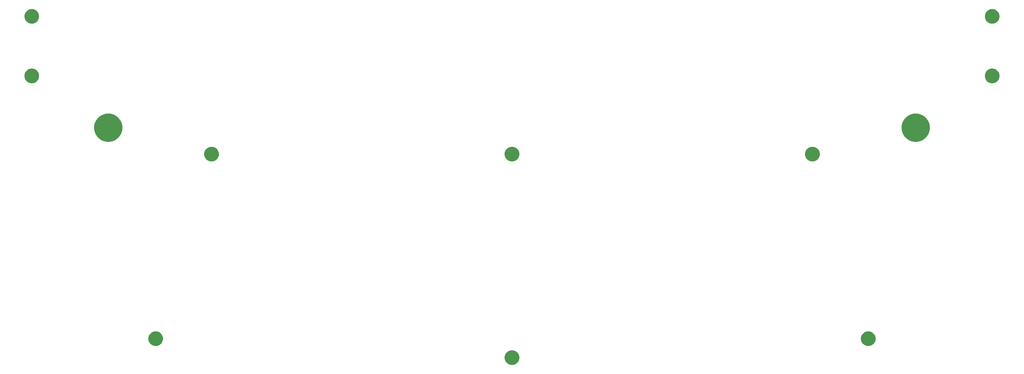
<source format=gbr>
G04 #@! TF.GenerationSoftware,KiCad,Pcbnew,(5.0.0)*
G04 #@! TF.CreationDate,2019-07-31T16:17:30-04:00*
G04 #@! TF.ProjectId,discipline-pcb,6469736369706C696E652D7063622E6B,rev?*
G04 #@! TF.SameCoordinates,Original*
G04 #@! TF.FileFunction,Soldermask,Top*
G04 #@! TF.FilePolarity,Negative*
%FSLAX46Y46*%
G04 Gerber Fmt 4.6, Leading zero omitted, Abs format (unit mm)*
G04 Created by KiCad (PCBNEW (5.0.0)) date 07/31/19 16:17:30*
%MOMM*%
%LPD*%
G01*
G04 APERTURE LIST*
%ADD10C,0.100000*%
G04 APERTURE END LIST*
D10*
G36*
X213298324Y-159971994D02*
X213646472Y-160041244D01*
X214056128Y-160210929D01*
X214424808Y-160457274D01*
X214738345Y-160770811D01*
X214984690Y-161139491D01*
X215154375Y-161549147D01*
X215240879Y-161984036D01*
X215240879Y-162427444D01*
X215154375Y-162862333D01*
X214984690Y-163271989D01*
X214738345Y-163640669D01*
X214424808Y-163954206D01*
X214056128Y-164200551D01*
X213646472Y-164370236D01*
X213298324Y-164439486D01*
X213211585Y-164456740D01*
X212768173Y-164456740D01*
X212681434Y-164439486D01*
X212333286Y-164370236D01*
X211923630Y-164200551D01*
X211554950Y-163954206D01*
X211241413Y-163640669D01*
X210995068Y-163271989D01*
X210825383Y-162862333D01*
X210738879Y-162427444D01*
X210738879Y-161984036D01*
X210825383Y-161549147D01*
X210995068Y-161139491D01*
X211241413Y-160770811D01*
X211554950Y-160457274D01*
X211923630Y-160210929D01*
X212333286Y-160041244D01*
X212681434Y-159971994D01*
X212768173Y-159954740D01*
X213211585Y-159954740D01*
X213298324Y-159971994D01*
X213298324Y-159971994D01*
G37*
G36*
X322945782Y-154160844D02*
X323293930Y-154230094D01*
X323703586Y-154399779D01*
X324072266Y-154646124D01*
X324385803Y-154959661D01*
X324632148Y-155328341D01*
X324801833Y-155737997D01*
X324888337Y-156172886D01*
X324888337Y-156616294D01*
X324801833Y-157051183D01*
X324632148Y-157460839D01*
X324385803Y-157829519D01*
X324072266Y-158143056D01*
X323703586Y-158389401D01*
X323293930Y-158559086D01*
X322945782Y-158628336D01*
X322859043Y-158645590D01*
X322415631Y-158645590D01*
X322328892Y-158628336D01*
X321980744Y-158559086D01*
X321571088Y-158389401D01*
X321202408Y-158143056D01*
X320888871Y-157829519D01*
X320642526Y-157460839D01*
X320472841Y-157051183D01*
X320386337Y-156616294D01*
X320386337Y-156172886D01*
X320472841Y-155737997D01*
X320642526Y-155328341D01*
X320888871Y-154959661D01*
X321202408Y-154646124D01*
X321571088Y-154399779D01*
X321980744Y-154230094D01*
X322328892Y-154160844D01*
X322415631Y-154143590D01*
X322859043Y-154143590D01*
X322945782Y-154160844D01*
X322945782Y-154160844D01*
G37*
G36*
X103650867Y-154160844D02*
X103999015Y-154230094D01*
X104408671Y-154399779D01*
X104777351Y-154646124D01*
X105090888Y-154959661D01*
X105337233Y-155328341D01*
X105506918Y-155737997D01*
X105593422Y-156172886D01*
X105593422Y-156616294D01*
X105506918Y-157051183D01*
X105337233Y-157460839D01*
X105090888Y-157829519D01*
X104777351Y-158143056D01*
X104408671Y-158389401D01*
X103999015Y-158559086D01*
X103650867Y-158628336D01*
X103564128Y-158645590D01*
X103120716Y-158645590D01*
X103033977Y-158628336D01*
X102685829Y-158559086D01*
X102276173Y-158389401D01*
X101907493Y-158143056D01*
X101593956Y-157829519D01*
X101347611Y-157460839D01*
X101177926Y-157051183D01*
X101091422Y-156616294D01*
X101091422Y-156172886D01*
X101177926Y-155737997D01*
X101347611Y-155328341D01*
X101593956Y-154959661D01*
X101907493Y-154646124D01*
X102276173Y-154399779D01*
X102685829Y-154230094D01*
X103033977Y-154160844D01*
X103120716Y-154143590D01*
X103564128Y-154143590D01*
X103650867Y-154160844D01*
X103650867Y-154160844D01*
G37*
G36*
X305756947Y-97316878D02*
X306105095Y-97386128D01*
X306514751Y-97555813D01*
X306883431Y-97802158D01*
X307196968Y-98115695D01*
X307443313Y-98484375D01*
X307612998Y-98894031D01*
X307699502Y-99328920D01*
X307699502Y-99772328D01*
X307612998Y-100207217D01*
X307443313Y-100616873D01*
X307196968Y-100985553D01*
X306883431Y-101299090D01*
X306514751Y-101545435D01*
X306105095Y-101715120D01*
X305756947Y-101784370D01*
X305670208Y-101801624D01*
X305226796Y-101801624D01*
X305140057Y-101784370D01*
X304791909Y-101715120D01*
X304382253Y-101545435D01*
X304013573Y-101299090D01*
X303700036Y-100985553D01*
X303453691Y-100616873D01*
X303284006Y-100207217D01*
X303197502Y-99772328D01*
X303197502Y-99328920D01*
X303284006Y-98894031D01*
X303453691Y-98484375D01*
X303700036Y-98115695D01*
X304013573Y-97802158D01*
X304382253Y-97555813D01*
X304791909Y-97386128D01*
X305140057Y-97316878D01*
X305226796Y-97299624D01*
X305670208Y-97299624D01*
X305756947Y-97316878D01*
X305756947Y-97316878D01*
G37*
G36*
X213298324Y-97316878D02*
X213646472Y-97386128D01*
X214056128Y-97555813D01*
X214424808Y-97802158D01*
X214738345Y-98115695D01*
X214984690Y-98484375D01*
X215154375Y-98894031D01*
X215240879Y-99328920D01*
X215240879Y-99772328D01*
X215154375Y-100207217D01*
X214984690Y-100616873D01*
X214738345Y-100985553D01*
X214424808Y-101299090D01*
X214056128Y-101545435D01*
X213646472Y-101715120D01*
X213298324Y-101784370D01*
X213211585Y-101801624D01*
X212768173Y-101801624D01*
X212681434Y-101784370D01*
X212333286Y-101715120D01*
X211923630Y-101545435D01*
X211554950Y-101299090D01*
X211241413Y-100985553D01*
X210995068Y-100616873D01*
X210825383Y-100207217D01*
X210738879Y-99772328D01*
X210738879Y-99328920D01*
X210825383Y-98894031D01*
X210995068Y-98484375D01*
X211241413Y-98115695D01*
X211554950Y-97802158D01*
X211923630Y-97555813D01*
X212333286Y-97386128D01*
X212681434Y-97316878D01*
X212768173Y-97299624D01*
X213211585Y-97299624D01*
X213298324Y-97316878D01*
X213298324Y-97316878D01*
G37*
G36*
X120839702Y-97316878D02*
X121187850Y-97386128D01*
X121597506Y-97555813D01*
X121966186Y-97802158D01*
X122279723Y-98115695D01*
X122526068Y-98484375D01*
X122695753Y-98894031D01*
X122782257Y-99328920D01*
X122782257Y-99772328D01*
X122695753Y-100207217D01*
X122526068Y-100616873D01*
X122279723Y-100985553D01*
X121966186Y-101299090D01*
X121597506Y-101545435D01*
X121187850Y-101715120D01*
X120839702Y-101784370D01*
X120752963Y-101801624D01*
X120309551Y-101801624D01*
X120222812Y-101784370D01*
X119874664Y-101715120D01*
X119465008Y-101545435D01*
X119096328Y-101299090D01*
X118782791Y-100985553D01*
X118536446Y-100616873D01*
X118366761Y-100207217D01*
X118280257Y-99772328D01*
X118280257Y-99328920D01*
X118366761Y-98894031D01*
X118536446Y-98484375D01*
X118782791Y-98115695D01*
X119096328Y-97802158D01*
X119465008Y-97555813D01*
X119874664Y-97386128D01*
X120222812Y-97316878D01*
X120309551Y-97299624D01*
X120752963Y-97299624D01*
X120839702Y-97316878D01*
X120839702Y-97316878D01*
G37*
G36*
X89298012Y-87082346D02*
X90018996Y-87225758D01*
X90810828Y-87553745D01*
X91523457Y-88029909D01*
X92129499Y-88635951D01*
X92605663Y-89348580D01*
X92933650Y-90140412D01*
X93100856Y-90981016D01*
X93100856Y-91838088D01*
X92933650Y-92678692D01*
X92605663Y-93470524D01*
X92129499Y-94183153D01*
X91523457Y-94789195D01*
X90810828Y-95265359D01*
X90018996Y-95593346D01*
X89298012Y-95736758D01*
X89178393Y-95760552D01*
X88321319Y-95760552D01*
X88201700Y-95736758D01*
X87480716Y-95593346D01*
X86688884Y-95265359D01*
X85976255Y-94789195D01*
X85370213Y-94183153D01*
X84894049Y-93470524D01*
X84566062Y-92678692D01*
X84398856Y-91838088D01*
X84398856Y-90981016D01*
X84566062Y-90140412D01*
X84894049Y-89348580D01*
X85370213Y-88635951D01*
X85976255Y-88029909D01*
X86688884Y-87553745D01*
X87480716Y-87225758D01*
X88201700Y-87082346D01*
X88321319Y-87058552D01*
X89178393Y-87058552D01*
X89298012Y-87082346D01*
X89298012Y-87082346D01*
G37*
G36*
X337778059Y-87082346D02*
X338499043Y-87225758D01*
X339290875Y-87553745D01*
X340003504Y-88029909D01*
X340609546Y-88635951D01*
X341085710Y-89348580D01*
X341413697Y-90140412D01*
X341580903Y-90981016D01*
X341580903Y-91838088D01*
X341413697Y-92678692D01*
X341085710Y-93470524D01*
X340609546Y-94183153D01*
X340003504Y-94789195D01*
X339290875Y-95265359D01*
X338499043Y-95593346D01*
X337778059Y-95736758D01*
X337658440Y-95760552D01*
X336801366Y-95760552D01*
X336681747Y-95736758D01*
X335960763Y-95593346D01*
X335168931Y-95265359D01*
X334456302Y-94789195D01*
X333850260Y-94183153D01*
X333374096Y-93470524D01*
X333046109Y-92678692D01*
X332878903Y-91838088D01*
X332878903Y-90981016D01*
X333046109Y-90140412D01*
X333374096Y-89348580D01*
X333850260Y-88635951D01*
X334456302Y-88029909D01*
X335168931Y-87553745D01*
X335960763Y-87225758D01*
X336681747Y-87082346D01*
X336801366Y-87058552D01*
X337658440Y-87058552D01*
X337778059Y-87082346D01*
X337778059Y-87082346D01*
G37*
G36*
X65540949Y-73235127D02*
X65889097Y-73304377D01*
X66298753Y-73474062D01*
X66667433Y-73720407D01*
X66980970Y-74033944D01*
X67227315Y-74402624D01*
X67397000Y-74812280D01*
X67483504Y-75247169D01*
X67483504Y-75690577D01*
X67397000Y-76125466D01*
X67227315Y-76535122D01*
X66980970Y-76903802D01*
X66667433Y-77217339D01*
X66298753Y-77463684D01*
X65889097Y-77633369D01*
X65540949Y-77702619D01*
X65454210Y-77719873D01*
X65010798Y-77719873D01*
X64924059Y-77702619D01*
X64575911Y-77633369D01*
X64166255Y-77463684D01*
X63797575Y-77217339D01*
X63484038Y-76903802D01*
X63237693Y-76535122D01*
X63068008Y-76125466D01*
X62981504Y-75690577D01*
X62981504Y-75247169D01*
X63068008Y-74812280D01*
X63237693Y-74402624D01*
X63484038Y-74033944D01*
X63797575Y-73720407D01*
X64166255Y-73474062D01*
X64575911Y-73304377D01*
X64924059Y-73235127D01*
X65010798Y-73217873D01*
X65454210Y-73217873D01*
X65540949Y-73235127D01*
X65540949Y-73235127D01*
G37*
G36*
X361055700Y-73235127D02*
X361403848Y-73304377D01*
X361813504Y-73474062D01*
X362182184Y-73720407D01*
X362495721Y-74033944D01*
X362742066Y-74402624D01*
X362911751Y-74812280D01*
X362998255Y-75247169D01*
X362998255Y-75690577D01*
X362911751Y-76125466D01*
X362742066Y-76535122D01*
X362495721Y-76903802D01*
X362182184Y-77217339D01*
X361813504Y-77463684D01*
X361403848Y-77633369D01*
X361055700Y-77702619D01*
X360968961Y-77719873D01*
X360525549Y-77719873D01*
X360438810Y-77702619D01*
X360090662Y-77633369D01*
X359681006Y-77463684D01*
X359312326Y-77217339D01*
X358998789Y-76903802D01*
X358752444Y-76535122D01*
X358582759Y-76125466D01*
X358496255Y-75690577D01*
X358496255Y-75247169D01*
X358582759Y-74812280D01*
X358752444Y-74402624D01*
X358998789Y-74033944D01*
X359312326Y-73720407D01*
X359681006Y-73474062D01*
X360090662Y-73304377D01*
X360438810Y-73235127D01*
X360525549Y-73217873D01*
X360968961Y-73217873D01*
X361055700Y-73235127D01*
X361055700Y-73235127D01*
G37*
G36*
X65540949Y-54913414D02*
X65889097Y-54982664D01*
X66298753Y-55152349D01*
X66667433Y-55398694D01*
X66980970Y-55712231D01*
X67227315Y-56080911D01*
X67397000Y-56490567D01*
X67483504Y-56925456D01*
X67483504Y-57368864D01*
X67397000Y-57803753D01*
X67227315Y-58213409D01*
X66980970Y-58582089D01*
X66667433Y-58895626D01*
X66298753Y-59141971D01*
X65889097Y-59311656D01*
X65540949Y-59380906D01*
X65454210Y-59398160D01*
X65010798Y-59398160D01*
X64924059Y-59380906D01*
X64575911Y-59311656D01*
X64166255Y-59141971D01*
X63797575Y-58895626D01*
X63484038Y-58582089D01*
X63237693Y-58213409D01*
X63068008Y-57803753D01*
X62981504Y-57368864D01*
X62981504Y-56925456D01*
X63068008Y-56490567D01*
X63237693Y-56080911D01*
X63484038Y-55712231D01*
X63797575Y-55398694D01*
X64166255Y-55152349D01*
X64575911Y-54982664D01*
X64924059Y-54913414D01*
X65010798Y-54896160D01*
X65454210Y-54896160D01*
X65540949Y-54913414D01*
X65540949Y-54913414D01*
G37*
G36*
X361055700Y-54913414D02*
X361403848Y-54982664D01*
X361813504Y-55152349D01*
X362182184Y-55398694D01*
X362495721Y-55712231D01*
X362742066Y-56080911D01*
X362911751Y-56490567D01*
X362998255Y-56925456D01*
X362998255Y-57368864D01*
X362911751Y-57803753D01*
X362742066Y-58213409D01*
X362495721Y-58582089D01*
X362182184Y-58895626D01*
X361813504Y-59141971D01*
X361403848Y-59311656D01*
X361055700Y-59380906D01*
X360968961Y-59398160D01*
X360525549Y-59398160D01*
X360438810Y-59380906D01*
X360090662Y-59311656D01*
X359681006Y-59141971D01*
X359312326Y-58895626D01*
X358998789Y-58582089D01*
X358752444Y-58213409D01*
X358582759Y-57803753D01*
X358496255Y-57368864D01*
X358496255Y-56925456D01*
X358582759Y-56490567D01*
X358752444Y-56080911D01*
X358998789Y-55712231D01*
X359312326Y-55398694D01*
X359681006Y-55152349D01*
X360090662Y-54982664D01*
X360438810Y-54913414D01*
X360525549Y-54896160D01*
X360968961Y-54896160D01*
X361055700Y-54913414D01*
X361055700Y-54913414D01*
G37*
M02*

</source>
